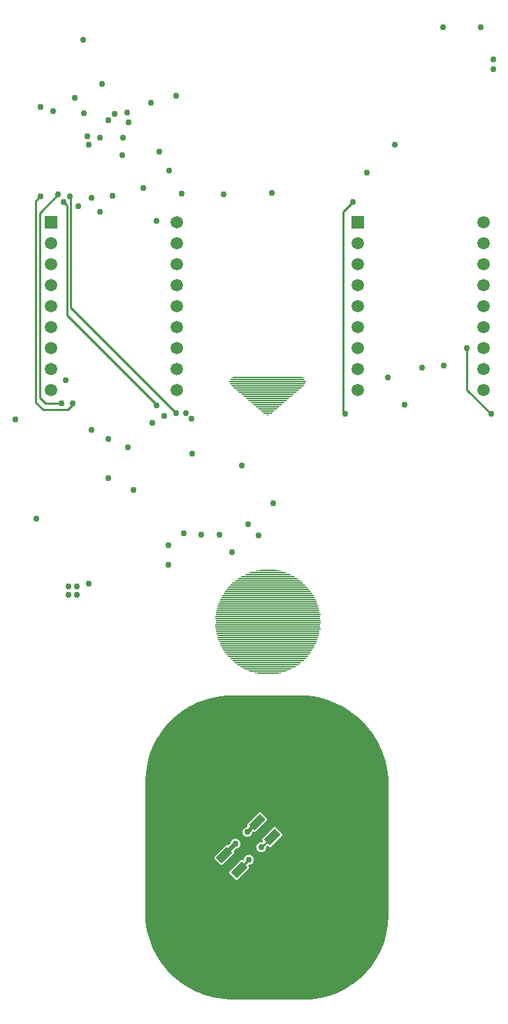
<source format=gbr>
G04 EAGLE Gerber X2 export*
%TF.Part,Single*%
%TF.FileFunction,Copper,L1,Top,Mixed*%
%TF.FilePolarity,Positive*%
%TF.GenerationSoftware,Autodesk,EAGLE,9.0.1*%
%TF.CreationDate,2018-06-26T08:14:36Z*%
G75*
%MOIN*%
%FSLAX34Y34*%
%LPD*%
%AMOC8*
5,1,8,0,0,1.08239X$1,22.5*%
G01*
%ADD10R,0.063300X0.003340*%
%ADD11R,0.103300X0.003330*%
%ADD12R,0.130000X0.003330*%
%ADD13R,0.153300X0.003340*%
%ADD14R,0.173300X0.003330*%
%ADD15R,0.190000X0.003330*%
%ADD16R,0.203300X0.003340*%
%ADD17R,0.220000X0.003330*%
%ADD18R,0.233300X0.003330*%
%ADD19R,0.243300X0.003340*%
%ADD20R,0.256700X0.003330*%
%ADD21R,0.266700X0.003330*%
%ADD22R,0.276700X0.003340*%
%ADD23R,0.286700X0.003330*%
%ADD24R,0.296700X0.003330*%
%ADD25R,0.303300X0.003340*%
%ADD26R,0.313300X0.003330*%
%ADD27R,0.320000X0.003330*%
%ADD28R,0.330000X0.003340*%
%ADD29R,0.336700X0.003330*%
%ADD30R,0.343300X0.003330*%
%ADD31R,0.350000X0.003340*%
%ADD32R,0.356700X0.003330*%
%ADD33R,0.363300X0.003330*%
%ADD34R,0.370000X0.003340*%
%ADD35R,0.376700X0.003330*%
%ADD36R,0.380000X0.003330*%
%ADD37R,0.386700X0.003340*%
%ADD38R,0.393300X0.003330*%
%ADD39R,0.396700X0.003330*%
%ADD40R,0.403300X0.003340*%
%ADD41R,0.406700X0.003330*%
%ADD42R,0.413300X0.003330*%
%ADD43R,0.416700X0.003340*%
%ADD44R,0.420000X0.003330*%
%ADD45R,0.426700X0.003330*%
%ADD46R,0.430000X0.003340*%
%ADD47R,0.433300X0.003330*%
%ADD48R,0.436700X0.003330*%
%ADD49R,0.440000X0.003340*%
%ADD50R,0.446700X0.003330*%
%ADD51R,0.453300X0.003340*%
%ADD52R,0.453300X0.003330*%
%ADD53R,0.456700X0.003330*%
%ADD54R,0.460000X0.003340*%
%ADD55R,0.463300X0.003330*%
%ADD56R,0.466700X0.003330*%
%ADD57R,0.470000X0.003340*%
%ADD58R,0.473300X0.003330*%
%ADD59R,0.476700X0.003340*%
%ADD60R,0.480000X0.003330*%
%ADD61R,0.483300X0.003340*%
%ADD62R,0.483300X0.003330*%
%ADD63R,0.486700X0.003330*%
%ADD64R,0.486700X0.003340*%
%ADD65R,0.490000X0.003330*%
%ADD66R,0.493300X0.003340*%
%ADD67R,0.493300X0.003330*%
%ADD68R,0.496700X0.003340*%
%ADD69R,0.496700X0.003330*%
%ADD70R,0.500000X0.003340*%
%ADD71R,0.500000X0.003330*%
%ADD72R,0.503300X0.003340*%
%ADD73R,0.503300X0.003330*%
%ADD74R,0.480000X0.003340*%
%ADD75R,0.476700X0.003330*%
%ADD76R,0.473300X0.003340*%
%ADD77R,0.470000X0.003330*%
%ADD78R,0.466700X0.003340*%
%ADD79R,0.450000X0.003340*%
%ADD80R,0.443300X0.003330*%
%ADD81R,0.426700X0.003340*%
%ADD82R,0.423300X0.003330*%
%ADD83R,0.413300X0.003340*%
%ADD84R,0.410000X0.003330*%
%ADD85R,0.400000X0.003340*%
%ADD86R,0.390000X0.003330*%
%ADD87R,0.383300X0.003340*%
%ADD88R,0.373300X0.003330*%
%ADD89R,0.366700X0.003340*%
%ADD90R,0.360000X0.003330*%
%ADD91R,0.353300X0.003330*%
%ADD92R,0.346700X0.003340*%
%ADD93R,0.340000X0.003330*%
%ADD94R,0.333300X0.003330*%
%ADD95R,0.326700X0.003340*%
%ADD96R,0.316700X0.003330*%
%ADD97R,0.306700X0.003330*%
%ADD98R,0.300000X0.003340*%
%ADD99R,0.290000X0.003330*%
%ADD100R,0.280000X0.003330*%
%ADD101R,0.270000X0.003340*%
%ADD102R,0.260000X0.003330*%
%ADD103R,0.250000X0.003330*%
%ADD104R,0.236700X0.003340*%
%ADD105R,0.223300X0.003330*%
%ADD106R,0.210000X0.003330*%
%ADD107R,0.196700X0.003340*%
%ADD108R,0.180000X0.003330*%
%ADD109R,0.160000X0.003330*%
%ADD110R,0.140000X0.003340*%
%ADD111R,0.116700X0.003330*%
%ADD112R,0.083300X0.003330*%
%ADD113R,0.026700X0.003340*%
%ADD114R,0.016600X0.003330*%
%ADD115R,0.040000X0.003330*%
%ADD116R,0.046700X0.003330*%
%ADD117R,0.053300X0.003340*%
%ADD118R,0.060000X0.003330*%
%ADD119R,0.066700X0.003330*%
%ADD120R,0.073300X0.003340*%
%ADD121R,0.086700X0.003330*%
%ADD122R,0.093300X0.003330*%
%ADD123R,0.100000X0.003340*%
%ADD124R,0.106700X0.003330*%
%ADD125R,0.113300X0.003330*%
%ADD126R,0.120000X0.003340*%
%ADD127R,0.133300X0.003330*%
%ADD128R,0.140000X0.003330*%
%ADD129R,0.146700X0.003340*%
%ADD130R,0.153300X0.003330*%
%ADD131R,0.170000X0.003340*%
%ADD132R,0.186700X0.003330*%
%ADD133R,0.193300X0.003340*%
%ADD134R,0.200000X0.003330*%
%ADD135R,0.206700X0.003330*%
%ADD136R,0.220000X0.003340*%
%ADD137R,0.226700X0.003330*%
%ADD138R,0.240000X0.003340*%
%ADD139R,0.246700X0.003330*%
%ADD140R,0.253300X0.003330*%
%ADD141R,0.266700X0.003340*%
%ADD142R,0.273300X0.003330*%
%ADD143R,0.286700X0.003340*%
%ADD144R,0.293300X0.003330*%
%ADD145R,0.300000X0.003330*%
%ADD146R,0.313300X0.003340*%
%ADD147R,0.326700X0.003330*%
%ADD148R,0.333300X0.003340*%
%ADD149R,0.346700X0.003330*%
%ADD150R,0.353300X0.003340*%
%ADD151R,0.356600X0.003330*%
%ADD152R,0.360000X0.003340*%
%ADD153R,0.363400X0.003330*%
%ADD154R,0.356600X0.003340*%
%ADD155R,0.350000X0.003330*%
%ADD156R,0.343400X0.003330*%
%ADD157R,0.330000X0.003330*%
%ADD158R,0.059370X0.059370*%
%ADD159C,0.059370*%
%ADD160R,0.072835X0.039370*%
%ADD161C,0.029780*%
%ADD162C,0.020000*%
%ADD163C,0.010000*%

G36*
X16581Y1371D02*
X16581Y1371D01*
X17003Y1382D01*
X17006Y1382D01*
X17008Y1382D01*
X17426Y1438D01*
X17430Y1439D01*
X17432Y1439D01*
X17841Y1539D01*
X17845Y1540D01*
X17847Y1540D01*
X18243Y1683D01*
X18246Y1685D01*
X18248Y1685D01*
X18628Y1869D01*
X18631Y1871D01*
X18632Y1872D01*
X18990Y2095D01*
X18993Y2098D01*
X18994Y2098D01*
X19326Y2359D01*
X19329Y2361D01*
X19330Y2362D01*
X19633Y2657D01*
X19635Y2659D01*
X19636Y2660D01*
X19906Y2985D01*
X19907Y2988D01*
X19909Y2989D01*
X20142Y3341D01*
X20144Y3344D01*
X20145Y3345D01*
X20339Y3720D01*
X20340Y3723D01*
X20342Y3724D01*
X20495Y4117D01*
X20496Y4120D01*
X20497Y4122D01*
X20608Y4529D01*
X20608Y4533D01*
X20609Y4534D01*
X20676Y4951D01*
X20676Y4954D01*
X20677Y4956D01*
X20699Y5377D01*
X20699Y5379D01*
X20699Y5380D01*
X20699Y11950D01*
X20699Y11954D01*
X20699Y11956D01*
X20640Y12404D01*
X20639Y12408D01*
X20639Y12410D01*
X20533Y12849D01*
X20532Y12852D01*
X20532Y12854D01*
X20379Y13279D01*
X20377Y13282D01*
X20377Y13284D01*
X20179Y13691D01*
X20177Y13693D01*
X20176Y13695D01*
X19936Y14078D01*
X19934Y14080D01*
X19933Y14082D01*
X19653Y14437D01*
X19651Y14439D01*
X19649Y14441D01*
X19333Y14764D01*
X19330Y14766D01*
X19329Y14767D01*
X18980Y15054D01*
X18977Y15056D01*
X18975Y15057D01*
X18597Y15304D01*
X18594Y15306D01*
X18593Y15307D01*
X18190Y15513D01*
X18187Y15514D01*
X18185Y15515D01*
X17763Y15676D01*
X17760Y15676D01*
X17758Y15677D01*
X17321Y15792D01*
X17318Y15792D01*
X17316Y15793D01*
X16869Y15860D01*
X16865Y15860D01*
X16864Y15861D01*
X16412Y15879D01*
X16411Y15879D01*
X16410Y15879D01*
X13370Y15879D01*
X13369Y15879D01*
X12935Y15870D01*
X12932Y15869D01*
X12930Y15869D01*
X12499Y15814D01*
X12496Y15813D01*
X12494Y15813D01*
X12072Y15712D01*
X12068Y15711D01*
X12066Y15711D01*
X11657Y15566D01*
X11654Y15564D01*
X11652Y15564D01*
X11261Y15377D01*
X11258Y15375D01*
X11256Y15374D01*
X10887Y15146D01*
X10884Y15144D01*
X10882Y15143D01*
X10539Y14877D01*
X10537Y14875D01*
X10535Y14874D01*
X10222Y14573D01*
X10220Y14571D01*
X10218Y14570D01*
X9938Y14237D01*
X9937Y14235D01*
X9935Y14233D01*
X9692Y13873D01*
X9691Y13870D01*
X9690Y13869D01*
X9486Y13485D01*
X9485Y13482D01*
X9484Y13481D01*
X9323Y13078D01*
X9322Y13074D01*
X9321Y13073D01*
X9203Y12655D01*
X9202Y12651D01*
X9202Y12650D01*
X9129Y12222D01*
X9129Y12218D01*
X9128Y12216D01*
X9101Y11783D01*
X9101Y11781D01*
X9101Y11780D01*
X9101Y5550D01*
X9101Y5549D01*
X9101Y5548D01*
X9120Y5117D01*
X9121Y5114D01*
X9121Y5112D01*
X9185Y4686D01*
X9186Y4682D01*
X9187Y4681D01*
X9296Y4263D01*
X9297Y4260D01*
X9297Y4258D01*
X9449Y3855D01*
X9451Y3852D01*
X9452Y3850D01*
X9645Y3465D01*
X9647Y3462D01*
X9648Y3461D01*
X9881Y3098D01*
X9883Y3096D01*
X9884Y3094D01*
X10154Y2758D01*
X10156Y2755D01*
X10157Y2754D01*
X10461Y2448D01*
X10464Y2446D01*
X10465Y2444D01*
X10799Y2172D01*
X10802Y2170D01*
X10803Y2169D01*
X11164Y1933D01*
X11167Y1932D01*
X11169Y1930D01*
X11553Y1734D01*
X11556Y1733D01*
X11557Y1732D01*
X11960Y1577D01*
X11963Y1576D01*
X11965Y1575D01*
X12381Y1463D01*
X12384Y1462D01*
X12386Y1462D01*
X12812Y1394D01*
X12815Y1394D01*
X12817Y1393D01*
X13247Y1371D01*
X13249Y1371D01*
X13250Y1371D01*
X16580Y1371D01*
X16581Y1371D01*
G37*
%LPC*%
G36*
X12720Y7792D02*
X12720Y7792D01*
X12394Y8117D01*
X12394Y8184D01*
X12957Y8746D01*
X13024Y8746D01*
X13031Y8739D01*
X13035Y8736D01*
X13039Y8733D01*
X13040Y8732D01*
X13041Y8732D01*
X13045Y8730D01*
X13050Y8727D01*
X13051Y8727D01*
X13052Y8727D01*
X13057Y8726D01*
X13062Y8725D01*
X13063Y8725D01*
X13064Y8725D01*
X13069Y8725D01*
X13074Y8725D01*
X13076Y8726D01*
X13077Y8726D01*
X13081Y8728D01*
X13086Y8729D01*
X13087Y8730D01*
X13088Y8730D01*
X13099Y8737D01*
X13100Y8739D01*
X13101Y8739D01*
X13156Y8795D01*
X13159Y8798D01*
X13161Y8801D01*
X13162Y8803D01*
X13164Y8804D01*
X13165Y8808D01*
X13167Y8812D01*
X13167Y8814D01*
X13168Y8816D01*
X13170Y8828D01*
X13170Y8829D01*
X13170Y8846D01*
X13205Y8930D01*
X13270Y8995D01*
X13354Y9030D01*
X13446Y9030D01*
X13530Y8995D01*
X13595Y8930D01*
X13630Y8846D01*
X13630Y8754D01*
X13595Y8670D01*
X13530Y8605D01*
X13446Y8570D01*
X13435Y8570D01*
X13431Y8570D01*
X13427Y8570D01*
X13425Y8569D01*
X13423Y8569D01*
X13419Y8567D01*
X13415Y8566D01*
X13413Y8565D01*
X13411Y8564D01*
X13401Y8557D01*
X13401Y8556D01*
X13400Y8556D01*
X13342Y8498D01*
X13339Y8494D01*
X13336Y8490D01*
X13335Y8489D01*
X13334Y8488D01*
X13332Y8483D01*
X13330Y8479D01*
X13330Y8478D01*
X13330Y8476D01*
X13329Y8472D01*
X13328Y8467D01*
X13328Y8465D01*
X13328Y8464D01*
X13328Y8459D01*
X13328Y8454D01*
X13329Y8453D01*
X13329Y8452D01*
X13331Y8447D01*
X13332Y8442D01*
X13333Y8442D01*
X13333Y8441D01*
X13333Y8440D01*
X13337Y8434D01*
X13340Y8431D01*
X13340Y8430D01*
X13341Y8429D01*
X13342Y8428D01*
X13349Y8421D01*
X13349Y8354D01*
X12787Y7792D01*
X12720Y7792D01*
G37*
%LPD*%
%LPC*%
G36*
X14604Y8420D02*
X14604Y8420D01*
X14520Y8455D01*
X14455Y8520D01*
X14420Y8604D01*
X14420Y8696D01*
X14455Y8780D01*
X14520Y8845D01*
X14604Y8880D01*
X14659Y8880D01*
X14664Y8880D01*
X14670Y8881D01*
X14671Y8881D01*
X14676Y8883D01*
X14682Y8885D01*
X14682Y8886D01*
X14683Y8886D01*
X14687Y8889D01*
X14692Y8892D01*
X14692Y8893D01*
X14693Y8893D01*
X14696Y8897D01*
X14700Y8902D01*
X14701Y8903D01*
X14703Y8908D01*
X14705Y8913D01*
X14706Y8913D01*
X14706Y8914D01*
X14707Y8920D01*
X14708Y8925D01*
X14708Y8926D01*
X14708Y8932D01*
X14707Y8937D01*
X14707Y8938D01*
X14707Y8939D01*
X14705Y8944D01*
X14704Y8949D01*
X14703Y8950D01*
X14696Y8961D01*
X14695Y8962D01*
X14694Y8964D01*
X14674Y8983D01*
X14674Y9050D01*
X15237Y9612D01*
X15304Y9612D01*
X15629Y9287D01*
X15629Y9220D01*
X15067Y8657D01*
X15000Y8657D01*
X14964Y8694D01*
X14959Y8697D01*
X14955Y8701D01*
X14954Y8701D01*
X14949Y8704D01*
X14944Y8706D01*
X14943Y8706D01*
X14942Y8706D01*
X14937Y8707D01*
X14931Y8708D01*
X14930Y8708D01*
X14925Y8708D01*
X14919Y8707D01*
X14918Y8707D01*
X14913Y8705D01*
X14907Y8703D01*
X14906Y8703D01*
X14902Y8699D01*
X14897Y8696D01*
X14896Y8696D01*
X14896Y8695D01*
X14892Y8691D01*
X14889Y8687D01*
X14888Y8687D01*
X14888Y8686D01*
X14885Y8681D01*
X14883Y8676D01*
X14882Y8675D01*
X14880Y8663D01*
X14880Y8660D01*
X14880Y8659D01*
X14880Y8604D01*
X14845Y8520D01*
X14780Y8455D01*
X14696Y8420D01*
X14604Y8420D01*
G37*
%LPD*%
%LPC*%
G36*
X13924Y9130D02*
X13924Y9130D01*
X13840Y9165D01*
X13775Y9230D01*
X13740Y9314D01*
X13740Y9406D01*
X13775Y9490D01*
X13840Y9555D01*
X13924Y9590D01*
X13931Y9590D01*
X13935Y9590D01*
X13939Y9590D01*
X13941Y9591D01*
X13943Y9591D01*
X13947Y9593D01*
X13951Y9594D01*
X13952Y9595D01*
X13955Y9596D01*
X13965Y9603D01*
X13965Y9604D01*
X13975Y9613D01*
X13978Y9617D01*
X13981Y9621D01*
X13981Y9622D01*
X13982Y9623D01*
X13984Y9628D01*
X13986Y9632D01*
X13987Y9633D01*
X13987Y9634D01*
X13988Y9639D01*
X13989Y9644D01*
X13989Y9645D01*
X13989Y9647D01*
X13989Y9652D01*
X13988Y9657D01*
X13988Y9658D01*
X13988Y9659D01*
X13986Y9664D01*
X13985Y9668D01*
X13984Y9669D01*
X13983Y9671D01*
X13976Y9681D01*
X13975Y9682D01*
X13975Y9683D01*
X13967Y9690D01*
X13967Y9757D01*
X14530Y10319D01*
X14597Y10319D01*
X14922Y9994D01*
X14922Y9927D01*
X14360Y9364D01*
X14293Y9364D01*
X14286Y9372D01*
X14282Y9375D01*
X14278Y9378D01*
X14277Y9379D01*
X14276Y9379D01*
X14271Y9381D01*
X14267Y9383D01*
X14266Y9384D01*
X14264Y9384D01*
X14260Y9385D01*
X14255Y9386D01*
X14253Y9386D01*
X14252Y9386D01*
X14247Y9386D01*
X14242Y9385D01*
X14241Y9385D01*
X14240Y9385D01*
X14235Y9383D01*
X14230Y9382D01*
X14230Y9381D01*
X14228Y9381D01*
X14218Y9373D01*
X14217Y9372D01*
X14216Y9372D01*
X14214Y9370D01*
X14211Y9366D01*
X14209Y9363D01*
X14208Y9361D01*
X14206Y9360D01*
X14205Y9356D01*
X14203Y9352D01*
X14203Y9351D01*
X14202Y9348D01*
X14200Y9336D01*
X14200Y9335D01*
X14200Y9314D01*
X14165Y9230D01*
X14100Y9165D01*
X14016Y9130D01*
X13924Y9130D01*
G37*
%LPD*%
%LPC*%
G36*
X13427Y7084D02*
X13427Y7084D01*
X13102Y7410D01*
X13102Y7477D01*
X13664Y8039D01*
X13731Y8039D01*
X13736Y8034D01*
X13740Y8031D01*
X13743Y8028D01*
X13744Y8028D01*
X13745Y8027D01*
X13746Y8027D01*
X13746Y8026D01*
X13750Y8024D01*
X13754Y8023D01*
X13755Y8022D01*
X13756Y8022D01*
X13757Y8022D01*
X13758Y8021D01*
X13763Y8020D01*
X13769Y8019D01*
X13770Y8019D01*
X13771Y8019D01*
X13774Y8020D01*
X13775Y8020D01*
X13781Y8020D01*
X13782Y8021D01*
X13783Y8021D01*
X13786Y8022D01*
X13787Y8023D01*
X13793Y8024D01*
X13793Y8025D01*
X13794Y8025D01*
X13795Y8025D01*
X13795Y8026D01*
X13798Y8028D01*
X13803Y8031D01*
X13804Y8032D01*
X13805Y8033D01*
X13807Y8036D01*
X13808Y8036D01*
X13811Y8040D01*
X13812Y8041D01*
X13813Y8042D01*
X13813Y8043D01*
X13815Y8046D01*
X13817Y8051D01*
X13817Y8052D01*
X13818Y8053D01*
X13818Y8054D01*
X13819Y8059D01*
X13820Y8065D01*
X13820Y8066D01*
X13820Y8068D01*
X13820Y8069D01*
X13820Y8096D01*
X13855Y8180D01*
X13920Y8245D01*
X14004Y8280D01*
X14096Y8280D01*
X14180Y8245D01*
X14245Y8180D01*
X14280Y8096D01*
X14280Y8004D01*
X14245Y7920D01*
X14180Y7855D01*
X14096Y7820D01*
X14069Y7820D01*
X14063Y7820D01*
X14058Y7819D01*
X14057Y7819D01*
X14056Y7819D01*
X14051Y7817D01*
X14046Y7815D01*
X14045Y7814D01*
X14040Y7811D01*
X14036Y7808D01*
X14035Y7807D01*
X14031Y7803D01*
X14028Y7798D01*
X14027Y7798D01*
X14027Y7797D01*
X14025Y7792D01*
X14022Y7787D01*
X14022Y7786D01*
X14021Y7780D01*
X14020Y7775D01*
X14020Y7774D01*
X14019Y7774D01*
X14020Y7768D01*
X14020Y7763D01*
X14020Y7762D01*
X14020Y7761D01*
X14022Y7756D01*
X14024Y7751D01*
X14024Y7750D01*
X14031Y7739D01*
X14033Y7738D01*
X14034Y7736D01*
X14056Y7714D01*
X14056Y7647D01*
X13494Y7084D01*
X13427Y7084D01*
G37*
%LPD*%
D10*
X14967Y16867D03*
D11*
X14967Y16900D03*
D12*
X14966Y16933D03*
D13*
X14950Y16967D03*
D14*
X14950Y17000D03*
D15*
X14966Y17033D03*
D16*
X14967Y17067D03*
D17*
X14950Y17100D03*
D18*
X14950Y17133D03*
D19*
X14967Y17167D03*
D20*
X14967Y17200D03*
D21*
X14950Y17233D03*
D22*
X14967Y17267D03*
D23*
X14950Y17300D03*
D24*
X14967Y17333D03*
D25*
X14967Y17367D03*
D26*
X14950Y17400D03*
D27*
X14950Y17433D03*
D28*
X14966Y17467D03*
D29*
X14967Y17500D03*
D30*
X14967Y17533D03*
D31*
X14966Y17567D03*
D32*
X14967Y17600D03*
D33*
X14967Y17633D03*
D34*
X14966Y17667D03*
D35*
X14967Y17700D03*
D36*
X14950Y17733D03*
D37*
X14950Y17767D03*
D38*
X14950Y17800D03*
D39*
X14967Y17833D03*
D40*
X14967Y17867D03*
D41*
X14950Y17900D03*
D42*
X14950Y17933D03*
D43*
X14967Y17967D03*
D44*
X14950Y18000D03*
D45*
X14950Y18033D03*
D46*
X14966Y18067D03*
D47*
X14950Y18100D03*
D48*
X14967Y18133D03*
D49*
X14950Y18167D03*
D50*
X14950Y18200D03*
X14950Y18233D03*
D51*
X14950Y18267D03*
D52*
X14950Y18300D03*
D53*
X14967Y18333D03*
D54*
X14950Y18367D03*
D55*
X14967Y18400D03*
D56*
X14950Y18433D03*
D57*
X14966Y18467D03*
D58*
X14950Y18500D03*
X14950Y18533D03*
D59*
X14967Y18567D03*
D60*
X14950Y18600D03*
X14950Y18633D03*
D61*
X14967Y18667D03*
D62*
X14967Y18700D03*
D63*
X14950Y18733D03*
D64*
X14950Y18767D03*
D65*
X14966Y18800D03*
X14966Y18833D03*
D66*
X14950Y18867D03*
D67*
X14950Y18900D03*
X14950Y18933D03*
D68*
X14967Y18967D03*
D69*
X14967Y19000D03*
X14967Y19033D03*
D70*
X14950Y19067D03*
D71*
X14950Y19100D03*
X14950Y19133D03*
D70*
X14950Y19167D03*
D71*
X14950Y19200D03*
X14950Y19233D03*
D72*
X14967Y19267D03*
D73*
X14967Y19300D03*
X14967Y19333D03*
D72*
X14967Y19367D03*
D73*
X14967Y19400D03*
X14967Y19433D03*
D70*
X14950Y19467D03*
D71*
X14950Y19500D03*
X14950Y19533D03*
D70*
X14950Y19567D03*
D71*
X14950Y19600D03*
X14950Y19633D03*
D70*
X14950Y19667D03*
D69*
X14967Y19700D03*
X14967Y19733D03*
D68*
X14967Y19767D03*
D67*
X14950Y19800D03*
X14950Y19833D03*
D66*
X14950Y19867D03*
D65*
X14966Y19900D03*
D63*
X14950Y19933D03*
D64*
X14950Y19967D03*
D63*
X14950Y20000D03*
D62*
X14967Y20033D03*
D74*
X14950Y20067D03*
D60*
X14950Y20100D03*
D75*
X14967Y20133D03*
D76*
X14950Y20167D03*
D58*
X14950Y20200D03*
D77*
X14966Y20233D03*
D78*
X14950Y20267D03*
D56*
X14950Y20300D03*
D55*
X14967Y20333D03*
D54*
X14950Y20367D03*
D53*
X14967Y20400D03*
D52*
X14950Y20433D03*
D79*
X14966Y20467D03*
D50*
X14950Y20500D03*
D80*
X14967Y20533D03*
D49*
X14950Y20567D03*
D48*
X14967Y20600D03*
D47*
X14950Y20633D03*
D81*
X14950Y20667D03*
D82*
X14967Y20700D03*
D44*
X14950Y20733D03*
D83*
X14950Y20767D03*
D84*
X14966Y20800D03*
D41*
X14950Y20833D03*
D85*
X14950Y20867D03*
D38*
X14950Y20900D03*
D86*
X14966Y20933D03*
D87*
X14967Y20967D03*
D36*
X14950Y21000D03*
D88*
X14950Y21033D03*
D89*
X14950Y21067D03*
D90*
X14950Y21100D03*
D91*
X14950Y21133D03*
D92*
X14950Y21167D03*
D93*
X14950Y21200D03*
D94*
X14950Y21233D03*
D95*
X14950Y21267D03*
D96*
X14967Y21300D03*
D97*
X14950Y21333D03*
D98*
X14950Y21367D03*
D99*
X14966Y21400D03*
D100*
X14950Y21433D03*
D101*
X14966Y21467D03*
D102*
X14950Y21500D03*
D103*
X14966Y21533D03*
D104*
X14967Y21567D03*
D105*
X14967Y21600D03*
D106*
X14966Y21633D03*
D107*
X14967Y21667D03*
D108*
X14950Y21700D03*
D109*
X14950Y21733D03*
D110*
X14950Y21767D03*
D111*
X14967Y21800D03*
D112*
X14967Y21833D03*
D113*
X14950Y21867D03*
D114*
X14933Y29233D03*
D113*
X14950Y29267D03*
D115*
X14950Y29300D03*
D116*
X14950Y29333D03*
D117*
X14950Y29367D03*
D118*
X14950Y29400D03*
D119*
X14950Y29433D03*
D120*
X14950Y29467D03*
D121*
X14950Y29500D03*
D122*
X14950Y29533D03*
D123*
X14950Y29567D03*
D124*
X14950Y29600D03*
D125*
X14950Y29633D03*
D126*
X14950Y29667D03*
D127*
X14950Y29700D03*
D128*
X14950Y29733D03*
D129*
X14950Y29767D03*
D130*
X14950Y29800D03*
D109*
X14950Y29833D03*
D131*
X14933Y29867D03*
D108*
X14950Y29900D03*
D132*
X14950Y29933D03*
D133*
X14950Y29967D03*
D134*
X14950Y30000D03*
D135*
X14950Y30033D03*
D136*
X14950Y30067D03*
D137*
X14950Y30100D03*
D18*
X14950Y30133D03*
D138*
X14950Y30167D03*
D139*
X14950Y30200D03*
D140*
X14950Y30233D03*
D141*
X14950Y30267D03*
D142*
X14950Y30300D03*
D100*
X14950Y30333D03*
D143*
X14950Y30367D03*
D144*
X14950Y30400D03*
D145*
X14950Y30433D03*
D146*
X14950Y30467D03*
D27*
X14950Y30500D03*
D147*
X14950Y30533D03*
D148*
X14950Y30567D03*
D93*
X14950Y30600D03*
D149*
X14950Y30633D03*
D150*
X14950Y30667D03*
D151*
X14933Y30700D03*
D90*
X14950Y30733D03*
D152*
X14950Y30767D03*
D153*
X14933Y30800D03*
X14933Y30833D03*
D154*
X14933Y30867D03*
D151*
X14933Y30900D03*
D155*
X14933Y30933D03*
D31*
X14933Y30967D03*
D156*
X14933Y31000D03*
D157*
X14933Y31033D03*
D158*
X4600Y38441D03*
D159*
X4600Y37441D03*
X4600Y36441D03*
X4600Y35441D03*
X4600Y34441D03*
X4600Y33441D03*
X4600Y32441D03*
X4600Y31441D03*
X4600Y30441D03*
X10600Y30441D03*
X10600Y31441D03*
X10600Y32441D03*
X10600Y33441D03*
X10600Y34441D03*
X10600Y35441D03*
X10600Y36441D03*
X10600Y37441D03*
X10600Y38441D03*
D158*
X19226Y38425D03*
D159*
X19226Y37425D03*
X19226Y36425D03*
X19226Y35425D03*
X19226Y34425D03*
X19226Y33425D03*
X19226Y32425D03*
X19226Y31425D03*
X19226Y30425D03*
X25226Y30425D03*
X25226Y31425D03*
X25226Y32425D03*
X25226Y33425D03*
X25226Y34425D03*
X25226Y35425D03*
X25226Y36425D03*
X25226Y37425D03*
X25226Y38425D03*
D160*
G36*
X13268Y8387D02*
X12754Y7873D01*
X12476Y8151D01*
X12990Y8665D01*
X13268Y8387D01*
G37*
G36*
X13975Y7680D02*
X13461Y7166D01*
X13183Y7444D01*
X13697Y7958D01*
X13975Y7680D01*
G37*
G36*
X14841Y9960D02*
X14327Y9446D01*
X14049Y9724D01*
X14563Y10238D01*
X14841Y9960D01*
G37*
G36*
X15548Y9253D02*
X15034Y8739D01*
X14756Y9017D01*
X15270Y9531D01*
X15548Y9253D01*
G37*
D161*
X13250Y22700D03*
X12650Y23550D03*
X10950Y23600D03*
X10200Y22100D03*
X10200Y23050D03*
X6400Y21200D03*
X11350Y27400D03*
X7350Y26250D03*
X3900Y24300D03*
X2900Y29050D03*
X4100Y43950D03*
X4700Y43750D03*
X7550Y39700D03*
X10250Y40900D03*
X10850Y39800D03*
X23300Y47750D03*
X25700Y46200D03*
X25700Y45750D03*
X7353Y28113D03*
X15200Y25050D03*
X20680Y31030D03*
X8270Y27710D03*
X14520Y23510D03*
X6160Y43650D03*
X9650Y38500D03*
X15150Y39850D03*
X8300Y43200D03*
D162*
X13400Y8797D02*
X12872Y8269D01*
X13400Y8797D02*
X13400Y8800D01*
D161*
X13400Y8800D03*
X5450Y21070D03*
X5830Y21070D03*
X5830Y20690D03*
X5450Y20690D03*
X25110Y47730D03*
X12840Y39790D03*
X9020Y40060D03*
X10570Y44480D03*
X6140Y47130D03*
X5730Y44370D03*
X6550Y39600D03*
X21489Y29750D03*
X11790Y23550D03*
X14000Y24030D03*
X8550Y25680D03*
X9440Y28860D03*
D162*
X14445Y9842D02*
X13993Y9390D01*
X13990Y9390D01*
X13970Y9370D01*
X13970Y9360D01*
D161*
X13970Y9360D03*
X8250Y43661D03*
X9390Y44131D03*
X6950Y42470D03*
X5300Y30900D03*
X19680Y40800D03*
X21020Y42130D03*
X7050Y45050D03*
X6550Y28550D03*
X22300Y31500D03*
X5900Y39200D03*
X7650Y43600D03*
X10000Y29200D03*
X7350Y43300D03*
X23350Y31600D03*
D163*
X9640Y29725D02*
X9640Y29700D01*
X9640Y29725D02*
X5360Y34005D01*
D161*
X5200Y39410D03*
D163*
X5360Y39250D01*
X5360Y34005D01*
D161*
X9640Y29700D03*
X6350Y42550D03*
X11050Y29350D03*
X6400Y42150D03*
X11292Y29058D03*
X10580Y29340D03*
D163*
X5540Y34380D01*
X5540Y39660D02*
X5520Y39680D01*
D161*
X5520Y39680D03*
D163*
X5540Y39660D02*
X5540Y34380D01*
D161*
X4950Y39760D03*
D163*
X4060Y38870D02*
X4060Y30080D01*
X4060Y38870D02*
X4950Y39760D01*
X4060Y30080D02*
X4340Y29800D01*
D161*
X5100Y29800D03*
D163*
X4340Y29800D01*
D161*
X25600Y29300D03*
D163*
X24450Y30450D01*
D161*
X24450Y32450D03*
D163*
X24450Y30450D01*
D161*
X4111Y39680D03*
D163*
X3890Y39459D01*
X3890Y29840D01*
X4230Y29500D01*
X5400Y29500D02*
X5700Y29800D01*
X5650Y29800D01*
D161*
X5650Y29800D03*
D163*
X5400Y29500D02*
X4230Y29500D01*
D161*
X14050Y8050D03*
D163*
X13579Y7579D01*
X13579Y7562D01*
D161*
X14650Y8650D03*
D163*
X14667Y8650D01*
X15152Y9135D01*
D161*
X9770Y41800D03*
X8046Y42474D03*
X8000Y41650D03*
X19000Y39400D03*
D163*
X18550Y38950D01*
X18550Y29400D02*
X18650Y29300D01*
D161*
X18650Y29300D03*
D163*
X18550Y29400D02*
X18550Y38950D01*
D161*
X6950Y38950D03*
X13700Y26850D03*
M02*

</source>
